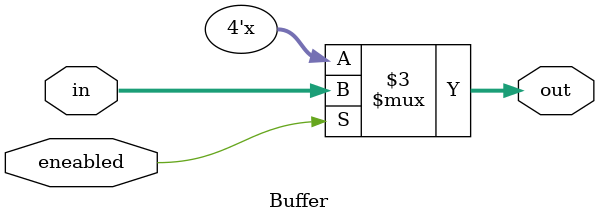
<source format=v>
module Buffer(input eneabled, input [3:0]in, output [3:0]out);
  wire eneabled;
  wire [3:0]in;
  reg [3:0]out;
  always @ (*)
  begin
    if (eneabled)
      begin
        out[3:0]<=in[3:0];
      end
    else
      begin
        out[3:0]<=4'bzzzz;
      end
  end
endmodule
</source>
